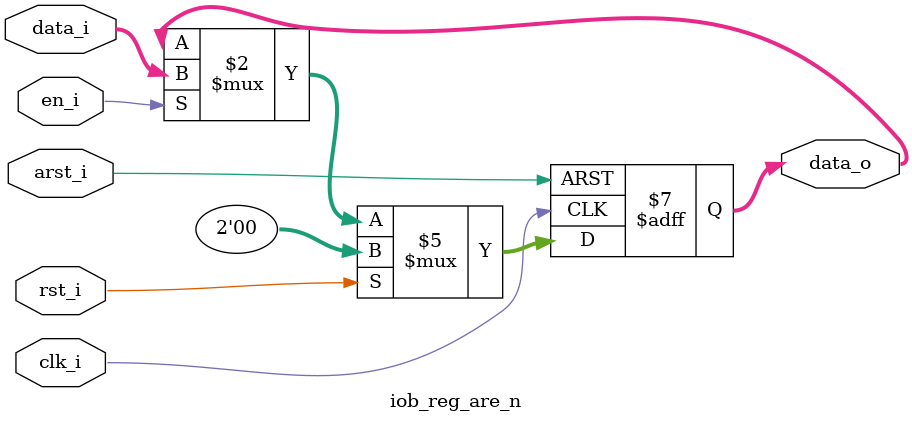
<source format=v>
`timescale 1ns / 1ps

module iob_reg_are_n
  #(
    parameter DATA_W = 0,
    parameter RST_VAL = 0
    )
   (
    input                   clk_i,
    input                   arst_i,
    input                   rst_i,
    input                   en_i,
    input [DATA_W-1:0]      data_i,
    output reg [DATA_W-1:0] data_o
    );

   // prevent width mismatch
   localparam [DATA_W-1:0] RST_VAL_INT = RST_VAL;
   
   always @(negedge clk_i, posedge arst_i) begin
      if (arst_i) begin
         data_o <= RST_VAL_INT;
      end else if (rst_i) begin
         data_o <= RST_VAL_INT;
      end else if (en_i) begin
         data_o <= data_i;
      end
   end

endmodule

</source>
